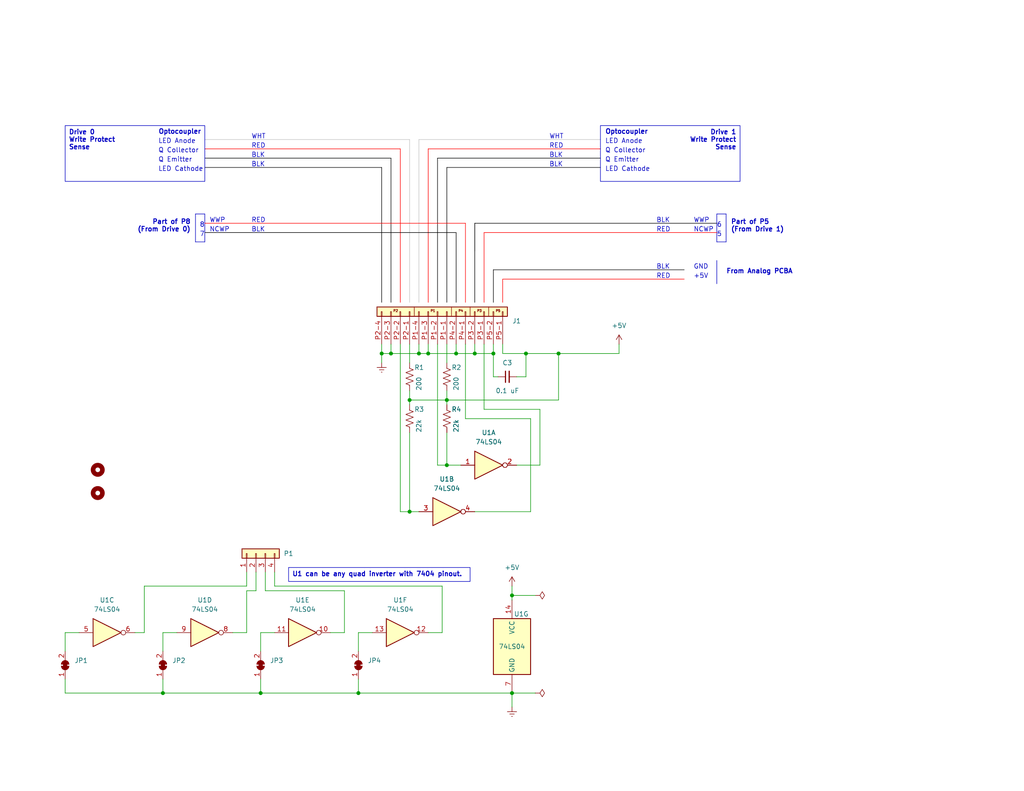
<source format=kicad_sch>
(kicad_sch (version 20230121) (generator eeschema)
  (paper "USLetter")
  (title_block (title "Comodore 8250 MPI Servo (Write Protect) Board") (date "2023-08-14") (rev "0.1") (company "JDTucker & Assoc."))
  (lib_symbols
    (symbol "74xx:74LS04"
      (property "Reference" "U" (at 0 1.27 0))
      (property "Value" "74LS04" (at 0 -1.27 0))
      (symbol "74LS04_1_0"
        (polyline (pts (xy -3.81 3.81) (xy -3.81 -3.81) (xy 3.81 0) (xy -3.81 3.81)) (stroke (width 0.254)) (fill (type background)))
        (pin input line (at -7.62 0 0) (length 3.81) (name "~") (number "1"))
        (pin output inverted (at 7.62 0 180) (length 3.81) (name "~") (number "2"))
      )
      (symbol "74LS04_2_0"
        (polyline (pts (xy -3.81 3.81) (xy -3.81 -3.81) (xy 3.81 0) (xy -3.81 3.81)) (stroke (width 0.254)) (fill (type background)))
        (pin input line (at -7.62 0 0) (length 3.81) (name "~") (number "3"))
        (pin output inverted (at 7.62 0 180) (length 3.81) (name "~") (number "4"))
      )
      (symbol "74LS04_3_0"
        (polyline (pts (xy -3.81 3.81) (xy -3.81 -3.81) (xy 3.81 0) (xy -3.81 3.81)) (stroke (width 0.254)) (fill (type background)))
        (pin input line (at -7.62 0 0) (length 3.81) (name "~") (number "5"))
        (pin output inverted (at 7.62 0 180) (length 3.81) (name "~") (number "6"))
      )
      (symbol "74LS04_4_0"
        (polyline (pts (xy -3.81 3.81) (xy -3.81 -3.81) (xy 3.81 0) (xy -3.81 3.81)) (stroke (width 0.254)) (fill (type background)))
        (pin output inverted (at 7.62 0 180) (length 3.81) (name "~") (number "8"))
        (pin input line (at -7.62 0 0) (length 3.81) (name "~") (number "9"))
      )
      (symbol "74LS04_5_0"
        (polyline (pts (xy -3.81 3.81) (xy -3.81 -3.81) (xy 3.81 0) (xy -3.81 3.81)) (stroke (width 0.254)) (fill (type background)))
        (pin output inverted (at 7.62 0 180) (length 3.81) (name "~") (number "10"))
        (pin input line (at -7.62 0 0) (length 3.81) (name "~") (number "11"))
      )
      (symbol "74LS04_6_0"
        (polyline (pts (xy -3.81 3.81) (xy -3.81 -3.81) (xy 3.81 0) (xy -3.81 3.81)) (stroke (width 0.254)) (fill (type background)))
        (pin output inverted (at 7.62 0 180) (length 3.81) (name "~") (number "12"))
        (pin input line (at -7.62 0 0) (length 3.81) (name "~") (number "13"))
      )
      (symbol "74LS04_7_0"
        (pin power_in line (at 0 12.7 270) (length 5.08) (name "VCC") (number "14"))
        (pin power_in line (at 0 -12.7 90) (length 5.08) (name "GND") (number "7"))
      )
      (symbol "74LS04_7_1"
        (rectangle (start -5.08 7.62) (end 5.08 -7.62) (stroke (width 0.254)) (fill (type background)))
      )
    )
    (symbol "8250:01x14_Servo connector" (pin_names (offset 1.016) hide)
      (property "Reference" "J" (at -19.05 0 90))
      (property "Value" "01x14_Servo connector" (at -0.254 2.794 0))
      (symbol "01x14_Servo connector_0_1"
        (polyline (pts (xy -7.62 1.27) (xy -7.62 -1.27)))
        (polyline (pts (xy 2.54 1.27) (xy 2.54 -1.27)))
        (polyline (pts (xy 7.62 1.27) (xy 7.62 -1.27)))
        (polyline (pts (xy 12.7 1.27) (xy 12.7 -1.27)))
      )
      (symbol "01x14_Servo connector_1_1"
        (rectangle (start -17.78 -1.27) (end 17.78 1.27) (stroke (width 0.254)) (fill (type background)))
        (rectangle (start -16.637 -1.27) (end -16.383 0) (stroke (width 0.1524)))
        (rectangle (start -14.097 -1.27) (end -13.843 0) (stroke (width 0.1524)))
        (rectangle (start -11.557 -1.27) (end -11.303 0) (stroke (width 0.1524)))
        (rectangle (start -9.017 -1.27) (end -8.763 0) (stroke (width 0.1524)))
        (rectangle (start -6.477 -1.27) (end -6.223 0) (stroke (width 0.1524)))
        (rectangle (start -3.937 -1.27) (end -3.683 0) (stroke (width 0.1524)))
        (rectangle (start -1.397 -1.27) (end -1.143 0) (stroke (width 0.1524)))
        (rectangle (start 1.143 -1.27) (end 1.397 0) (stroke (width 0.1524)))
        (rectangle (start 3.683 -1.27) (end 3.937 0) (stroke (width 0.1524)))
        (rectangle (start 6.223 -1.27) (end 6.477 0) (stroke (width 0.1524)))
        (rectangle (start 8.763 -1.27) (end 9.017 0) (stroke (width 0.1524)))
        (rectangle (start 11.303 -1.27) (end 11.557 0) (stroke (width 0.1524)))
        (rectangle (start 13.843 -1.27) (end 14.097 0) (stroke (width 0.1524)))
        (rectangle (start 16.383 -1.27) (end 16.637 0) (stroke (width 0.1524)))
        (text "P1" (at -2.54 0.254 0) (effects (font (size 0.635 0.635))))
        (text "P2" (at -12.7 0.254 0) (effects (font (size 0.635 0.635))))
        (text "P3" (at 10.16 0.254 0) (effects (font (size 0.635 0.635))))
        (text "P4" (at 5.08 0.254 0) (effects (font (size 0.635 0.635))))
        (text "P5" (at 15.24 0.254 0) (effects (font (size 0.635 0.635))))
        (pin passive line (at 1.27 -8.89 90) (length 7.62) (name "Pin_07") (number "P1-1"))
        (pin passive line (at -1.27 -8.89 90) (length 7.62) (name "Pin_08") (number "P1-2"))
        (pin passive line (at -3.81 -8.89 90) (length 7.62) (name "Pin_19") (number "P1-3"))
        (pin passive line (at -6.35 -8.89 90) (length 7.62) (name "Pin_10") (number "P1-4"))
        (pin passive line (at -8.89 -8.89 90) (length 7.62) (name "Pin_11") (number "P2-1"))
        (pin passive line (at -11.43 -8.89 90) (length 7.62) (name "Pin_12") (number "P2-2"))
        (pin passive line (at -13.97 -8.89 90) (length 7.62) (name "Pin_13") (number "P2-3"))
        (pin passive line (at -16.51 -8.89 90) (length 7.62) (name "Pin_14") (number "P2-4"))
        (pin passive line (at 11.43 -8.89 90) (length 7.62) (name "Pin_03") (number "P3-1"))
        (pin passive line (at 8.89 -8.89 90) (length 7.62) (name "Pin_04") (number "P3-2"))
        (pin passive line (at 6.35 -8.89 90) (length 7.62) (name "Pin_05") (number "P4-1"))
        (pin passive line (at 3.81 -8.89 90) (length 7.62) (name "Pin_06") (number "P4-2"))
        (pin passive line (at 16.51 -8.89 90) (length 7.62) (name "Pin_01") (number "P5-1"))
        (pin passive line (at 13.97 -8.89 90) (length 7.62) (name "Pin_02") (number "P5-2"))
      )
    )
    (symbol "Connector_Generic:Conn_01x04" (pin_names (offset 1.016) hide)
      (property "Reference" "J" (at 0 5.08 0))
      (property "Value" "Conn_01x04" (at 0 -7.62 0))
      (symbol "Conn_01x04_1_1"
        (rectangle (start -1.27 -4.953) (end 0 -5.207) (stroke (width 0.1524)))
        (rectangle (start -1.27 -2.413) (end 0 -2.667) (stroke (width 0.1524)))
        (rectangle (start -1.27 0.127) (end 0 -0.127) (stroke (width 0.1524)))
        (rectangle (start -1.27 2.667) (end 0 2.413) (stroke (width 0.1524)))
        (rectangle (start -1.27 3.81) (end 1.27 -6.35) (stroke (width 0.254)) (fill (type background)))
        (pin passive line (at -5.08 2.54 0) (length 3.81) (name "Pin_1") (number "1"))
        (pin passive line (at -5.08 0 0) (length 3.81) (name "Pin_2") (number "2"))
        (pin passive line (at -5.08 -2.54 0) (length 3.81) (name "Pin_3") (number "3"))
        (pin passive line (at -5.08 -5.08 0) (length 3.81) (name "Pin_4") (number "4"))
      )
    )
    (symbol "Device:C_Small" (pin_numbers hide) (pin_names (offset 0.254) hide)
      (property "Reference" "C" (at 0.254 1.778 0))
      (property "Value" "C_Small" (at 0.254 -2.032 0))
      (symbol "C_Small_0_1"
        (polyline (pts (xy -1.524 -0.508) (xy 1.524 -0.508)) (stroke (width 0.3302)))
        (polyline (pts (xy -1.524 0.508) (xy 1.524 0.508)) (stroke (width 0.3048)))
      )
      (symbol "C_Small_1_1"
        (pin passive line (at 0 2.54 270) (length 2.032) (name "~") (number "1"))
        (pin passive line (at 0 -2.54 90) (length 2.032) (name "~") (number "2"))
      )
    )
    (symbol "Device:R_US" (pin_numbers hide) (pin_names (offset 0))
      (property "Reference" "R" (at 2.54 0 90))
      (property "Value" "R_US" (at -2.54 0 90))
      (symbol "R_US_0_1"
        (polyline (pts (xy 0 -2.286) (xy 0 -2.54)))
        (polyline (pts (xy 0 2.286) (xy 0 2.54)))
        (polyline (pts (xy 0 -0.762) (xy 1.016 -1.143) (xy 0 -1.524) (xy -1.016 -1.905) (xy 0 -2.286)))
        (polyline (pts (xy 0 0.762) (xy 1.016 0.381) (xy 0 0) (xy -1.016 -0.381) (xy 0 -0.762)))
        (polyline (pts (xy 0 2.286) (xy 1.016 1.905) (xy 0 1.524) (xy -1.016 1.143) (xy 0 0.762)))
      )
      (symbol "R_US_1_1"
        (pin passive line (at 0 3.81 270) (length 1.27) (name "~") (number "1"))
        (pin passive line (at 0 -3.81 90) (length 1.27) (name "~") (number "2"))
      )
    )
    (symbol "Jumper:SolderJumper_2_Bridged" (pin_names (offset 0) hide)
      (property "Reference" "JP" (at 0 2.032 0))
      (property "Value" "SolderJumper_2_Bridged" (at 0 -2.54 0))
      (symbol "SolderJumper_2_Bridged_0_1"
        (rectangle (start -0.508 0.508) (end 0.508 -0.508) (fill (type outline)))
        (arc (start -0.254 1.016) (mid -1.2656 0) (end -0.254 -1.016))
        (arc (start -0.254 1.016) (mid -1.2656 0) (end -0.254 -1.016) (fill (type outline)))
        (polyline (pts (xy -0.254 1.016) (xy -0.254 -1.016)))
        (polyline (pts (xy 0.254 1.016) (xy 0.254 -1.016)))
        (arc (start 0.254 -1.016) (mid 1.2656 0) (end 0.254 1.016))
        (arc (start 0.254 -1.016) (mid 1.2656 0) (end 0.254 1.016) (fill (type outline)))
      )
      (symbol "SolderJumper_2_Bridged_1_1"
        (pin passive line (at -3.81 0 0) (length 2.54) (name "A") (number "1"))
        (pin passive line (at 3.81 0 180) (length 2.54) (name "B") (number "2"))
      )
    )
    (symbol "Mechanical:MountingHole" (pin_names (offset 1.016))
      (property "Reference" "H" (at 0 5.08 0))
      (property "Value" "MountingHole" (at 0 3.175 0))
      (symbol "MountingHole_0_1"
        (circle (center 0 0) (radius 1.27) (stroke (width 1.27)))
      )
    )
    (symbol "power:+5V" (power) (pin_names (offset 0))
      (property "Value" "+5V" (at 0 3.556 0))
      (symbol "+5V_0_1"
        (polyline (pts (xy -0.762 1.27) (xy 0 2.54)))
        (polyline (pts (xy 0 0) (xy 0 2.54)))
        (polyline (pts (xy 0 2.54) (xy 0.762 1.27)))
      )
      (symbol "+5V_1_1"
        (pin power_in line (at 0 0 90) (length 0) hide (name "+5V") (number "1"))
      )
    )
    (symbol "power:Earth" (power) (pin_names (offset 0))
      (symbol "Earth_0_1"
        (polyline (pts (xy -0.635 -1.905) (xy 0.635 -1.905)))
        (polyline (pts (xy -0.127 -2.54) (xy 0.127 -2.54)))
        (polyline (pts (xy 0 -1.27) (xy 0 0)))
        (polyline (pts (xy 1.27 -1.27) (xy -1.27 -1.27)))
      )
      (symbol "Earth_1_1"
        (pin power_in line (at 0 0 270) (length 0) hide (name "Earth") (number "1"))
      )
    )
    (symbol "power:PWR_FLAG" (power) (pin_numbers hide) (pin_names (offset 0) hide)
      (property "Value" "PWR_FLAG" (at 0 3.81 0))
      (symbol "PWR_FLAG_0_0"
        (pin power_out line (at 0 0 90) (length 0) (name "pwr") (number "1"))
      )
      (symbol "PWR_FLAG_0_1"
        (polyline (pts (xy 0 0) (xy 0 1.27) (xy -1.016 1.905) (xy 0 2.54) (xy 1.016 1.905) (xy 0 1.27)))
      )
    )
  )
  (junction (at 152.4 96.52))
  (junction (at 116.84 96.52))
  (junction (at 111.76 109.22))
  (junction (at 121.92 109.22))
  (junction (at 124.46 96.52))
  (junction (at 106.68 96.52))
  (junction (at 111.76 139.7))
  (junction (at 139.7 162.56))
  (junction (at 114.3 96.52))
  (junction (at 134.62 96.52))
  (junction (at 97.79 189.23))
  (junction (at 71.12 189.23))
  (junction (at 44.45 189.23))
  (junction (at 139.7 189.23))
  (junction (at 129.54 96.52))
  (junction (at 143.51 96.52))
  (junction (at 121.92 127))
  (junction (at 104.14 96.52))
  (wire (pts (xy 67.31 161.29) (xy 67.31 172.72)))
  (polyline (pts (xy 163.83 40.64) (xy 116.84 40.64)) (stroke (width 0) (color 255 0 0 1)))
  (wire (pts (xy 111.76 106.68) (xy 111.76 109.22)))
  (wire (pts (xy 104.14 93.98) (xy 104.14 96.52)))
  (wire (pts (xy 71.12 185.42) (xy 71.12 189.23)))
  (polyline (pts (xy 127 60.96) (xy 55.88 60.96)) (stroke (width 0) (color 255 0 0 1)))
  (polyline (pts (xy 132.08 63.5) (xy 195.58 63.5)) (stroke (width 0) (color 255 0 0 1)))
  (polyline (pts (xy 163.83 38.1) (xy 114.3 38.1)) (stroke (width 0) (color 194 194 194 1)))
  (wire (pts (xy 44.45 177.8) (xy 44.45 172.72)))
  (polyline (pts (xy 55.88 45.72) (xy 104.14 45.72)) (stroke (width 0) (color 0 0 0 1)))
  (wire (pts (xy 17.78 185.42) (xy 17.78 189.23)))
  (wire (pts (xy 44.45 189.23) (xy 71.12 189.23)))
  (wire (pts (xy 106.68 96.52) (xy 104.14 96.52)))
  (polyline (pts (xy 55.88 58.42) (xy 53.34 58.42)))
  (polyline (pts (xy 129.54 60.96) (xy 129.54 68.58)) (stroke (width 0) (color 0 0 0 1)))
  (wire (pts (xy 134.62 102.87) (xy 135.89 102.87)))
  (wire (pts (xy 111.76 109.22) (xy 111.76 110.49)))
  (wire (pts (xy 134.62 96.52) (xy 134.62 102.87)))
  (polyline (pts (xy 114.3 82.55) (xy 114.3 38.1)) (stroke (width 0) (color 194 194 194 1)))
  (polyline (pts (xy 195.58 71.12) (xy 195.58 77.47)))
  (wire (pts (xy 168.91 93.98) (xy 168.91 96.52)))
  (wire (pts (xy 111.76 139.7) (xy 114.3 139.7)))
  (wire (pts (xy 143.51 102.87) (xy 140.97 102.87)))
  (polyline (pts (xy 53.34 66.04) (xy 53.34 58.42)))
  (wire (pts (xy 119.38 127) (xy 121.92 127)))
  (polyline (pts (xy 137.16 82.55) (xy 137.16 76.2)) (stroke (width 0) (color 255 0 0 1)))
  (polyline (pts (xy 106.68 82.55) (xy 106.68 43.18)) (stroke (width 0) (color 0 0 0 1)))
  (wire (pts (xy 132.08 111.76) (xy 132.08 93.98)))
  (wire (pts (xy 17.78 177.8) (xy 17.78 172.72)))
  (wire (pts (xy 106.68 93.98) (xy 106.68 96.52)))
  (wire (pts (xy 67.31 160.02) (xy 67.31 156.21)))
  (polyline (pts (xy 55.88 66.04) (xy 53.34 66.04)))
  (polyline (pts (xy 109.22 82.55) (xy 109.22 40.64)) (stroke (width 0) (color 255 0 0 1)))
  (wire (pts (xy 17.78 189.23) (xy 44.45 189.23)))
  (polyline (pts (xy 129.54 82.55) (xy 129.54 60.96)) (stroke (width 0) (color 0 0 0 1)))
  (wire (pts (xy 71.12 172.72) (xy 74.93 172.72)))
  (wire (pts (xy 67.31 172.72) (xy 63.5 172.72)))
  (wire (pts (xy 121.92 93.98) (xy 121.92 99.06)))
  (wire (pts (xy 69.85 156.21) (xy 69.85 161.29)))
  (wire (pts (xy 69.85 161.29) (xy 67.31 161.29)))
  (wire (pts (xy 144.78 114.3) (xy 127 114.3)))
  (wire (pts (xy 97.79 189.23) (xy 139.7 189.23)))
  (wire (pts (xy 111.76 93.98) (xy 111.76 99.06)))
  (wire (pts (xy 93.98 161.29) (xy 93.98 172.72)))
  (wire (pts (xy 144.78 139.7) (xy 144.78 114.3)))
  (polyline (pts (xy 129.54 60.96) (xy 195.58 60.96)) (stroke (width 0) (color 0 0 0 1)))
  (wire (pts (xy 129.54 96.52) (xy 134.62 96.52)))
  (wire (pts (xy 116.84 96.52) (xy 124.46 96.52)))
  (wire (pts (xy 124.46 96.52) (xy 129.54 96.52)))
  (wire (pts (xy 121.92 118.11) (xy 121.92 127)))
  (polyline (pts (xy 195.58 58.42) (xy 198.12 58.42)))
  (wire (pts (xy 152.4 96.52) (xy 143.51 96.52)))
  (wire (pts (xy 109.22 139.7) (xy 111.76 139.7)))
  (wire (pts (xy 137.16 96.52) (xy 143.51 96.52)))
  (polyline (pts (xy 111.76 82.55) (xy 111.76 38.1)) (stroke (width 0) (color 194 194 194 1)))
  (wire (pts (xy 71.12 189.23) (xy 97.79 189.23)))
  (polyline (pts (xy 124.46 82.55) (xy 124.46 63.5)) (stroke (width 0) (color 0 0 0 1)))
  (wire (pts (xy 71.12 177.8) (xy 71.12 172.72)))
  (wire (pts (xy 152.4 109.22) (xy 121.92 109.22)))
  (wire (pts (xy 121.92 106.68) (xy 121.92 109.22)))
  (polyline (pts (xy 132.08 82.55) (xy 132.08 63.5)) (stroke (width 0) (color 255 0 0 1)))
  (wire (pts (xy 139.7 162.56) (xy 139.7 163.83)))
  (polyline (pts (xy 55.88 43.18) (xy 106.68 43.18)) (stroke (width 0) (color 0 0 0 1)))
  (wire (pts (xy 116.84 93.98) (xy 116.84 96.52)))
  (polyline (pts (xy 116.84 82.55) (xy 116.84 40.64)) (stroke (width 0) (color 255 0 0 1)))
  (wire (pts (xy 139.7 189.23) (xy 139.7 193.04)))
  (wire (pts (xy 97.79 177.8) (xy 97.79 172.72)))
  (polyline (pts (xy 119.38 82.55) (xy 119.38 43.18)) (stroke (width 0) (color 0 0 0 1)))
  (polyline (pts (xy 134.62 73.66) (xy 186.69 73.66)) (stroke (width 0) (color 0 0 0 1)))
  (wire (pts (xy 127 114.3) (xy 127 93.98)))
  (wire (pts (xy 44.45 172.72) (xy 48.26 172.72)))
  (polyline (pts (xy 104.14 82.55) (xy 104.14 45.72)) (stroke (width 0) (color 0 0 0 1)))
  (wire (pts (xy 129.54 93.98) (xy 129.54 96.52)))
  (polyline (pts (xy 127 82.55) (xy 127 60.96)) (stroke (width 0) (color 255 0 0 1)))
  (wire (pts (xy 104.14 96.52) (xy 104.14 99.06)))
  (polyline (pts (xy 121.92 82.55) (xy 121.92 45.72)) (stroke (width 0) (color 0 0 0 1)))
  (wire (pts (xy 119.38 93.98) (xy 119.38 127)))
  (wire (pts (xy 97.79 185.42) (xy 97.79 189.23)))
  (wire (pts (xy 111.76 109.22) (xy 121.92 109.22)))
  (wire (pts (xy 147.32 111.76) (xy 132.08 111.76)))
  (wire (pts (xy 120.65 172.72) (xy 116.84 172.72)))
  (polyline (pts (xy 124.46 63.5) (xy 55.88 63.5)) (stroke (width 0) (color 0 0 0 1)))
  (wire (pts (xy 114.3 93.98) (xy 114.3 96.52)))
  (wire (pts (xy 121.92 127) (xy 125.73 127)))
  (polyline (pts (xy 55.88 40.64) (xy 109.22 40.64)) (stroke (width 0) (color 255 0 0 1)))
  (wire (pts (xy 97.79 172.72) (xy 101.6 172.72)))
  (wire (pts (xy 17.78 172.72) (xy 21.59 172.72)))
  (wire (pts (xy 93.98 172.72) (xy 90.17 172.72)))
  (wire (pts (xy 44.45 185.42) (xy 44.45 189.23)))
  (wire (pts (xy 72.39 161.29) (xy 93.98 161.29)))
  (wire (pts (xy 140.97 127) (xy 147.32 127)))
  (wire (pts (xy 129.54 139.7) (xy 144.78 139.7)))
  (polyline (pts (xy 55.88 58.42) (xy 55.88 66.04)))
  (wire (pts (xy 134.62 96.52) (xy 134.62 93.98)))
  (wire (pts (xy 109.22 93.98) (xy 109.22 139.7)))
  (wire (pts (xy 111.76 118.11) (xy 111.76 139.7)))
  (wire (pts (xy 74.93 156.21) (xy 74.93 160.02)))
  (wire (pts (xy 39.37 172.72) (xy 36.83 172.72)))
  (wire (pts (xy 106.68 96.52) (xy 114.3 96.52)))
  (polyline (pts (xy 195.58 66.04) (xy 198.12 66.04)))
  (wire (pts (xy 39.37 160.02) (xy 39.37 172.72)))
  (polyline (pts (xy 195.58 58.42) (xy 195.58 66.04)))
  (polyline (pts (xy 198.12 66.04) (xy 198.12 58.42)))
  (wire (pts (xy 72.39 156.21) (xy 72.39 161.29)))
  (wire (pts (xy 74.93 160.02) (xy 120.65 160.02)))
  (polyline (pts (xy 163.83 43.18) (xy 119.38 43.18)) (stroke (width 0) (color 0 0 0 1)))
  (wire (pts (xy 114.3 96.52) (xy 116.84 96.52)))
  (wire (pts (xy 139.7 160.02) (xy 139.7 162.56)))
  (polyline (pts (xy 134.62 82.55) (xy 134.62 73.66)) (stroke (width 0) (color 0 0 0 1)))
  (wire (pts (xy 143.51 96.52) (xy 143.51 102.87)))
  (wire (pts (xy 147.32 111.76) (xy 147.32 127)))
  (wire (pts (xy 152.4 96.52) (xy 152.4 109.22)))
  (wire (pts (xy 121.92 109.22) (xy 121.92 110.49)))
  (polyline (pts (xy 163.83 45.72) (xy 121.92 45.72)) (stroke (width 0) (color 0 0 0 1)))
  (wire (pts (xy 139.7 189.23) (xy 146.05 189.23)))
  (wire (pts (xy 120.65 160.02) (xy 120.65 172.72)))
  (wire (pts (xy 168.91 96.52) (xy 152.4 96.52)))
  (wire (pts (xy 137.16 93.98) (xy 137.16 96.52)))
  (polyline (pts (xy 137.16 76.2) (xy 186.69 76.2)) (stroke (width 0) (color 255 0 0 1)))
  (wire (pts (xy 67.31 160.02) (xy 39.37 160.02)))
  (polyline (pts (xy 55.88 38.1) (xy 111.76 38.1)) (stroke (width 0) (color 194 194 194 1)))
  (wire (pts (xy 124.46 93.98) (xy 124.46 96.52)))
  (wire (pts (xy 139.7 162.56) (xy 146.05 162.56)))
  (text_box "U1 can be any quad inverter with 7404 pinout." (at 78.74 154.94 0) (size 49.53 3.81) (effects (font (size 1.27 1.27) (thickness 0.254) bold) (justify left top)))
  (text_box "Drive 1\nWrite Protect\nSense" (at 163.83 34.29 0) (size 38.1 15.24) (effects (font (size 1.27 1.27) (thickness 0.254) bold) (justify right top)))
  (text_box "Drive 0\nWrite Protect\nSense" (at 17.78 34.29 0) (size 38.1 15.24) (effects (font (size 1.27 1.27) (thickness 0.254) bold) (justify left top)))
  (text "RED" (at 179.07 76.2 0) (effects (font (size 1.27 1.27)) (justify left bottom)))
  (text "RED" (at 179.07 63.5 0) (effects (font (size 1.27 1.27)) (justify left bottom)))
  (text "Part of P8\n(From Drive 0)" (at 52.07 63.5 0) (effects (font (size 1.27 1.27) (thickness 0.254) bold) (justify right bottom)))
  (text "8" (at 55.88 62.23 0) (effects (font (size 1.27 1.27)) (justify right bottom)))
  (text "RED" (at 68.58 40.64 0) (effects (font (size 1.27 1.27)) (justify left bottom)))
  (text "BLK" (at 179.07 60.96 0) (effects (font (size 1.27 1.27)) (justify left bottom)))
  (text "BLK" (at 68.58 45.72 0) (effects (font (size 1.27 1.27)) (justify left bottom)))
  (text "Optocoupler" (at 43.18 36.83 0) (effects (font (size 1.27 1.27) (thickness 0.254) bold) (justify left bottom)))
  (text "Q Collector" (at 43.18 41.91 0) (effects (font (size 1.27 1.27)) (justify left bottom)))
  (text "7" (at 55.88 64.77 0) (effects (font (size 1.27 1.27)) (justify right bottom)))
  (text "WHT" (at 149.86 38.1 0) (effects (font (size 1.27 1.27)) (justify left bottom)))
  (text "BLK" (at 68.58 63.5 0) (effects (font (size 1.27 1.27)) (justify left bottom)))
  (text "WHT" (at 68.58 38.1 0) (effects (font (size 1.27 1.27)) (justify left bottom)))
  (text "NCWP" (at 189.23 63.5 0) (effects (font (size 1.27 1.27)) (justify left bottom)))
  (text "Optocoupler" (at 165.1 36.83 0) (effects (font (size 1.27 1.27) (thickness 0.254) bold) (justify left bottom)))
  (text "RED" (at 68.58 60.96 0) (effects (font (size 1.27 1.27)) (justify left bottom)))
  (text "6" (at 195.58 62.23 0) (effects (font (size 1.27 1.27)) (justify left bottom)))
  (text "WWP" (at 189.23 60.96 0) (effects (font (size 1.27 1.27)) (justify left bottom)))
  (text "BLK" (at 179.07 73.66 0) (effects (font (size 1.27 1.27)) (justify left bottom)))
  (text "GND" (at 189.23 73.66 0) (effects (font (size 1.27 1.27)) (justify left bottom)))
  (text "LED Cathode" (at 165.1 46.99 0) (effects (font (size 1.27 1.27)) (justify left bottom)))
  (text "+5V" (at 189.23 76.2 0) (effects (font (size 1.27 1.27)) (justify left bottom)))
  (text "LED Cathode" (at 43.18 46.99 0) (effects (font (size 1.27 1.27)) (justify left bottom)))
  (text "Q Emitter" (at 165.1 44.45 0) (effects (font (size 1.27 1.27)) (justify left bottom)))
  (text "Q Collector" (at 165.1 41.91 0) (effects (font (size 1.27 1.27)) (justify left bottom)))
  (text "LED Anode" (at 43.18 39.37 0) (effects (font (size 1.27 1.27)) (justify left bottom)))
  (text "BLK" (at 149.86 43.18 0) (effects (font (size 1.27 1.27)) (justify left bottom)))
  (text "5" (at 195.58 64.77 0) (effects (font (size 1.27 1.27)) (justify left bottom)))
  (text "LED Anode" (at 165.1 39.37 0) (effects (font (size 1.27 1.27)) (justify left bottom)))
  (text "BLK" (at 149.86 45.72 0) (effects (font (size 1.27 1.27)) (justify left bottom)))
  (text "From Analog PCBA" (at 198.12 74.93 0) (effects (font (size 1.27 1.27) (thickness 0.254) bold) (justify left bottom)))
  (text "WWP" (at 57.15 60.96 0) (effects (font (size 1.27 1.27)) (justify left bottom)))
  (text "Q Emitter" (at 43.18 44.45 0) (effects (font (size 1.27 1.27)) (justify left bottom)))
  (text "Part of P5\n(From Drive 1)" (at 199.39 63.5 0) (effects (font (size 1.27 1.27) (thickness 0.254) bold) (justify left bottom)))
  (text "RED" (at 149.86 40.64 0) (effects (font (size 1.27 1.27)) (justify left bottom)))
  (text "BLK" (at 68.58 43.18 0) (effects (font (size 1.27 1.27)) (justify left bottom)))
  (text "NCWP" (at 57.15 63.5 0) (effects (font (size 1.27 1.27)) (justify left bottom)))
  (symbol (lib_id "Jumper:SolderJumper_2_Bridged") (at 71.12 181.61 90) (unit 1)
    (property "Reference" "JP3" (at 73.66 180.34 90) (effects (justify right)))
    (property "Value" "SolderJumper_2_Bridged" (effects hide))
    (property "Footprint" "Jumper:SolderJumper-2_P1.3mm_Open_Pad1.0x1.5mm" (effects hide))
  )
  (symbol (lib_id "74xx:74LS04") (at 55.88 172.72 0) (unit 4)
    (property "Reference" "U1" (at 55.88 163.83 0))
    (property "Value" "74LS04" (at 55.88 166.37 0))
    (property "Footprint" "Package_DIP:DIP-14_W7.62mm_Socket_LongPads" (effects hide))
    (property "Datasheet" "http://www.ti.com/lit/gpn/sn74LS04" (effects hide))
  )
  (symbol (lib_id "Jumper:SolderJumper_2_Bridged") (at 44.45 181.61 90) (unit 1)
    (property "Reference" "JP2" (at 46.99 180.34 90) (effects (justify right)))
    (property "Value" "SolderJumper_2_Bridged" (effects hide))
    (property "Footprint" "Jumper:SolderJumper-2_P1.3mm_Open_Pad1.0x1.5mm" (effects hide))
  )
  (symbol (lib_id "Device:C_Small") (at 138.43 102.87 90) (unit 1)
    (property "Reference" "C3" (at 138.43 99.06 90))
    (property "Value" "0.1 uF" (at 138.43 106.68 90))
    (property "Footprint" "Capacitor_THT:C_Disc_D3.0mm_W1.6mm_P2.50mm" (effects hide))
  )
  (symbol (lib_id "8250:01x14_Servo connector") (at 120.65 85.09 0) (unit 1)
    (property "Reference" "J1" (at 140.97 87.63 0))
    (property "Value" "01x14_Servo connector" (effects hide))
    (property "Footprint" "8250_feet:8250_14-pin_connector" (effects hide))
  )
  (symbol (lib_id "74xx:74LS04") (at 109.22 172.72 0) (unit 6)
    (property "Reference" "U1" (at 109.22 163.83 0))
    (property "Value" "74LS04" (at 109.22 166.37 0))
    (property "Footprint" "Package_DIP:DIP-14_W7.62mm_Socket_LongPads" (effects hide))
    (property "Datasheet" "http://www.ti.com/lit/gpn/sn74LS04" (effects hide))
  )
  (symbol (lib_id "Connector_Generic:Conn_01x04") (at 69.85 151.13 90) (unit 1)
    (property "Reference" "P1" (at 78.74 151.13 90))
    (property "Value" "Conn_01x04" (effects hide))
    (property "Footprint" "Connector_PinHeader_2.54mm:PinHeader_1x04_P2.54mm_Vertical" (effects hide))
  )
  (symbol (lib_id "74xx:74LS04") (at 82.55 172.72 0) (unit 5)
    (property "Reference" "U1" (at 82.55 163.83 0))
    (property "Value" "74LS04" (at 82.55 166.37 0))
    (property "Footprint" "Package_DIP:DIP-14_W7.62mm_Socket_LongPads" (effects hide))
    (property "Datasheet" "http://www.ti.com/lit/gpn/sn74LS04" (effects hide))
  )
  (symbol (lib_id "74xx:74LS04") (at 29.21 172.72 0) (unit 3)
    (property "Reference" "U1" (at 29.21 163.83 0))
    (property "Value" "74LS04" (at 29.21 166.37 0))
    (property "Footprint" "Package_DIP:DIP-14_W7.62mm_Socket_LongPads" (effects hide))
    (property "Datasheet" "http://www.ti.com/lit/gpn/sn74LS04" (effects hide))
  )
  (symbol (lib_id "Device:R_US") (at 111.76 114.3 0) (unit 1)
    (property "Reference" "R3" (at 113.03 111.76 0) (effects (justify left)))
    (property "Value" "22k" (at 114.3 118.11 90) (effects (justify left)))
    (property "Footprint" "Resistor_THT:R_Axial_DIN0204_L3.6mm_D1.6mm_P5.08mm_Horizontal" (effects hide))
  )
  (symbol (lib_id "power:PWR_FLAG") (at 146.05 189.23 270) (unit 1)
    (property "Reference" "#FLG02" (effects hide))
    (property "Value" "PWR_FLAG" (effects hide))
  )
  (symbol (lib_id "Jumper:SolderJumper_2_Bridged") (at 97.79 181.61 90) (unit 1)
    (property "Reference" "JP4" (at 100.33 180.34 90) (effects (justify right)))
    (property "Value" "SolderJumper_2_Bridged" (effects hide))
    (property "Footprint" "Jumper:SolderJumper-2_P1.3mm_Open_Pad1.0x1.5mm" (effects hide))
  )
  (symbol (lib_id "power:+5V") (at 139.7 160.02 0) (unit 1)
    (property "Reference" "#PWR09" (effects hide))
    (property "Value" "+5V" (at 139.7 154.94 0))
  )
  (symbol (lib_id "74xx:74LS04") (at 121.92 139.7 0) (unit 2)
    (property "Reference" "U1" (at 121.92 130.81 0))
    (property "Value" "74LS04" (at 121.92 133.35 0))
    (property "Footprint" "Package_DIP:DIP-14_W7.62mm_Socket_LongPads" (effects hide))
    (property "Datasheet" "http://www.ti.com/lit/gpn/sn74LS04" (effects hide))
  )
  (symbol (lib_id "power:+5V") (at 168.91 93.98 0) (unit 1)
    (property "Reference" "#PWR02" (effects hide))
    (property "Value" "+5V" (at 168.91 88.9 0))
  )
  (symbol (lib_id "Device:R_US") (at 121.92 114.3 0) (unit 1)
    (property "Reference" "R4" (at 123.19 111.76 0) (effects (justify left)))
    (property "Value" "22k" (at 124.46 118.11 90) (effects (justify left)))
    (property "Footprint" "Resistor_THT:R_Axial_DIN0204_L3.6mm_D1.6mm_P5.08mm_Horizontal" (effects hide))
  )
  (symbol (lib_id "74xx:74LS04") (at 139.7 176.53 0) (unit 7)
    (property "Reference" "U1" (at 142.24 167.64 0))
    (property "Value" "74LS04" (at 139.7 176.53 0))
    (property "Footprint" "Package_DIP:DIP-14_W7.62mm_Socket_LongPads" (effects hide))
    (property "Datasheet" "http://www.ti.com/lit/gpn/sn74LS04" (effects hide))
  )
  (symbol (lib_id "power:Earth") (at 104.14 99.06 0) (unit 1)
    (property "Reference" "#PWR03" (effects hide))
    (property "Value" "Earth" (effects hide))
  )
  (symbol (lib_id "Device:R_US") (at 111.76 102.87 0) (unit 1)
    (property "Reference" "R1" (at 113.03 100.33 0) (effects (justify left)))
    (property "Value" "200" (at 114.3 106.68 90) (effects (justify left)))
    (property "Footprint" "Resistor_THT:R_Axial_DIN0204_L3.6mm_D1.6mm_P5.08mm_Horizontal" (effects hide))
  )
  (symbol (lib_id "Jumper:SolderJumper_2_Bridged") (at 17.78 181.61 90) (unit 1)
    (property "Reference" "JP1" (at 20.32 180.34 90) (effects (justify right)))
    (property "Value" "SolderJumper_2_Bridged" (effects hide))
    (property "Footprint" "Jumper:SolderJumper-2_P1.3mm_Open_Pad1.0x1.5mm" (effects hide))
  )
  (symbol (lib_id "Mechanical:MountingHole") (at 26.67 134.62 0) (unit 1)
    (property "Reference" "H2" (effects hide))
    (property "Value" "MountingHole" (effects hide))
    (property "Footprint" "MountingHole:MountingHole_3.2mm_M3" (effects hide))
  )
  (symbol (lib_id "74xx:74LS04") (at 133.35 127 0) (unit 1)
    (property "Reference" "U1" (at 133.35 118.11 0))
    (property "Value" "74LS04" (at 133.35 120.65 0))
    (property "Footprint" "Package_DIP:DIP-14_W7.62mm_Socket_LongPads" (effects hide))
    (property "Datasheet" "http://www.ti.com/lit/gpn/sn74LS04" (effects hide))
  )
  (symbol (lib_id "Mechanical:MountingHole") (at 26.67 128.27 0) (unit 1)
    (property "Reference" "H1" (effects hide))
    (property "Value" "MountingHole" (effects hide))
    (property "Footprint" "MountingHole:MountingHole_3.2mm_M3" (effects hide))
  )
  (symbol (lib_id "power:PWR_FLAG") (at 146.05 162.56 270) (unit 1)
    (property "Reference" "#FLG01" (effects hide))
    (property "Value" "PWR_FLAG" (effects hide))
  )
  (symbol (lib_id "power:Earth") (at 139.7 193.04 0) (unit 1)
    (property "Reference" "#PWR08" (effects hide))
    (property "Value" "Earth" (effects hide))
  )
  (symbol (lib_id "Device:R_US") (at 121.92 102.87 0) (unit 1)
    (property "Reference" "R2" (at 123.19 100.33 0) (effects (justify left)))
    (property "Value" "200" (at 124.46 106.68 90) (effects (justify left)))
    (property "Footprint" "Resistor_THT:R_Axial_DIN0204_L3.6mm_D1.6mm_P5.08mm_Horizontal" (effects hide))
  )
)
</source>
